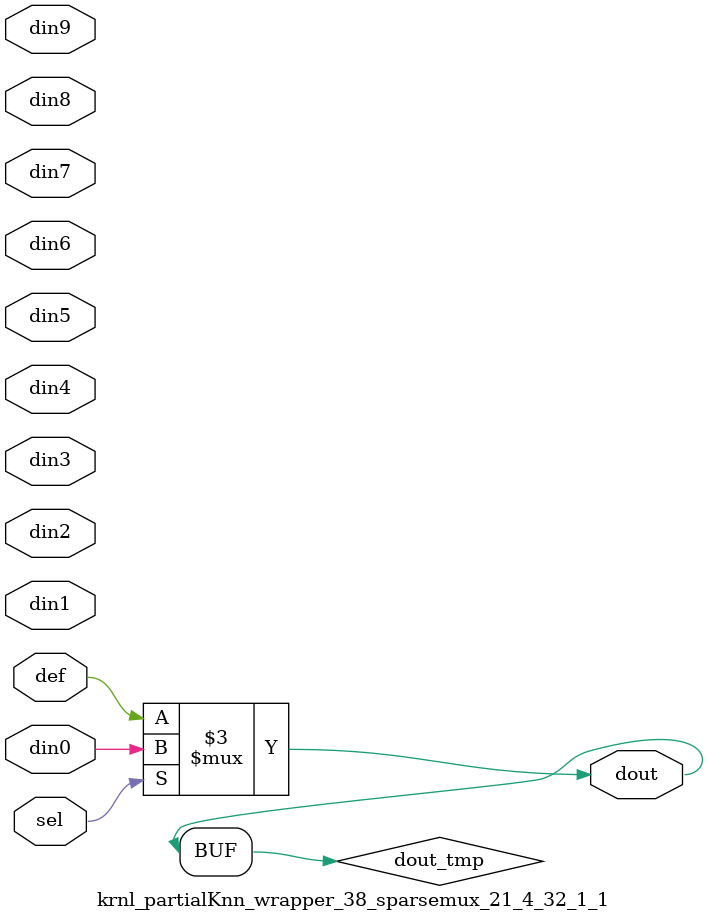
<source format=v>
`timescale 1 ns / 1 ps
module krnl_partialKnn_wrapper_38_sparsemux_21_4_32_1_1 (din0,din1,din2,din3,din4,din5,din6,din7,din8,din9,def,sel,dout);
parameter din0_WIDTH = 1;
parameter din1_WIDTH = 1;
parameter din2_WIDTH = 1;
parameter din3_WIDTH = 1;
parameter din4_WIDTH = 1;
parameter din5_WIDTH = 1;
parameter din6_WIDTH = 1;
parameter din7_WIDTH = 1;
parameter din8_WIDTH = 1;
parameter din9_WIDTH = 1;
parameter def_WIDTH = 1;
parameter sel_WIDTH = 1;
parameter dout_WIDTH = 1;
parameter [sel_WIDTH-1:0] CASE0 = 1;
parameter [sel_WIDTH-1:0] CASE1 = 1;
parameter [sel_WIDTH-1:0] CASE2 = 1;
parameter [sel_WIDTH-1:0] CASE3 = 1;
parameter [sel_WIDTH-1:0] CASE4 = 1;
parameter [sel_WIDTH-1:0] CASE5 = 1;
parameter [sel_WIDTH-1:0] CASE6 = 1;
parameter [sel_WIDTH-1:0] CASE7 = 1;
parameter [sel_WIDTH-1:0] CASE8 = 1;
parameter [sel_WIDTH-1:0] CASE9 = 1;
parameter ID = 1;
parameter NUM_STAGE = 1;
input [din0_WIDTH-1:0] din0;
input [din1_WIDTH-1:0] din1;
input [din2_WIDTH-1:0] din2;
input [din3_WIDTH-1:0] din3;
input [din4_WIDTH-1:0] din4;
input [din5_WIDTH-1:0] din5;
input [din6_WIDTH-1:0] din6;
input [din7_WIDTH-1:0] din7;
input [din8_WIDTH-1:0] din8;
input [din9_WIDTH-1:0] din9;
input [def_WIDTH-1:0] def;
input [sel_WIDTH-1:0] sel;
output [dout_WIDTH-1:0] dout;
reg [dout_WIDTH-1:0] dout_tmp;
always @ (*) begin
case (sel)
    
    CASE0 : dout_tmp = din0;
    
    CASE1 : dout_tmp = din1;
    
    CASE2 : dout_tmp = din2;
    
    CASE3 : dout_tmp = din3;
    
    CASE4 : dout_tmp = din4;
    
    CASE5 : dout_tmp = din5;
    
    CASE6 : dout_tmp = din6;
    
    CASE7 : dout_tmp = din7;
    
    CASE8 : dout_tmp = din8;
    
    CASE9 : dout_tmp = din9;
    
    default : dout_tmp = def;
endcase
end
assign dout = dout_tmp;
endmodule
</source>
